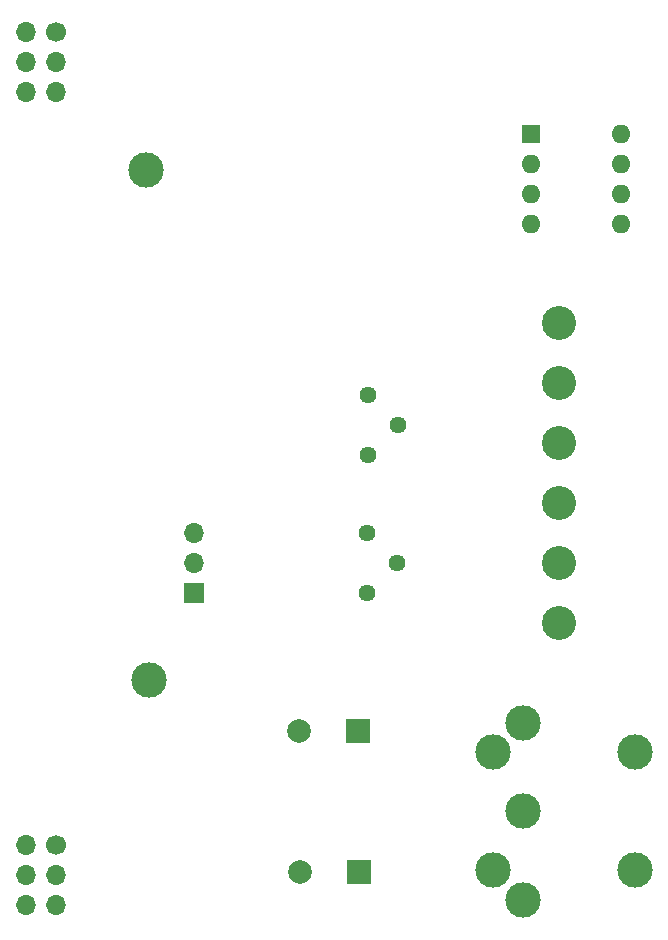
<source format=gbr>
%TF.GenerationSoftware,KiCad,Pcbnew,(7.0.0)*%
%TF.CreationDate,2023-12-04T19:23:21-08:00*%
%TF.ProjectId,Bottom_Board,426f7474-6f6d-45f4-926f-6172642e6b69,0*%
%TF.SameCoordinates,Original*%
%TF.FileFunction,Soldermask,Top*%
%TF.FilePolarity,Negative*%
%FSLAX46Y46*%
G04 Gerber Fmt 4.6, Leading zero omitted, Abs format (unit mm)*
G04 Created by KiCad (PCBNEW (7.0.0)) date 2023-12-04 19:23:21*
%MOMM*%
%LPD*%
G01*
G04 APERTURE LIST*
%ADD10R,2.000000X2.000000*%
%ADD11C,2.000000*%
%ADD12C,3.000000*%
%ADD13C,1.700000*%
%ADD14O,1.700000X1.700000*%
%ADD15C,2.880000*%
%ADD16C,1.440000*%
%ADD17R,1.600000X1.600000*%
%ADD18O,1.600000X1.600000*%
%ADD19R,1.700000X1.700000*%
G04 APERTURE END LIST*
D10*
%TO.C,C2*%
X149270322Y-127507999D03*
D11*
X144270323Y-127508000D03*
%TD*%
D12*
%TO.C,J5*%
X163220000Y-126786000D03*
X163220000Y-134286000D03*
X163220000Y-141786000D03*
X160720000Y-129286000D03*
X160720000Y-139286000D03*
X172720000Y-129286000D03*
X172720000Y-139286000D03*
%TD*%
D10*
%TO.C,C3*%
X149351999Y-139445999D03*
D11*
X144352000Y-139446000D03*
%TD*%
D13*
%TO.C,J2*%
X123698000Y-68326000D03*
D14*
X121157999Y-68325999D03*
X123697999Y-70865999D03*
X121157999Y-70865999D03*
X123697999Y-73405999D03*
X121157999Y-73405999D03*
%TD*%
D15*
%TO.C,J3*%
X166250125Y-118364000D03*
X166250125Y-113284000D03*
X166250125Y-108204000D03*
X166250125Y-103124000D03*
X166250125Y-98044000D03*
X166250125Y-92964000D03*
%TD*%
D12*
%TO.C,TP1*%
X131572000Y-123190000D03*
%TD*%
D13*
%TO.C,J1*%
X123698000Y-137160000D03*
D14*
X121157999Y-137159999D03*
X123697999Y-139699999D03*
X121157999Y-139699999D03*
X123697999Y-142239999D03*
X121157999Y-142239999D03*
%TD*%
D16*
%TO.C,RV2*%
X150070000Y-115824000D03*
X152610000Y-113284000D03*
X150070000Y-110744000D03*
%TD*%
D17*
%TO.C,SW2*%
X163956999Y-76933229D03*
D18*
X163956999Y-79473229D03*
X163956999Y-82013229D03*
X163956999Y-84553229D03*
X171576999Y-84553229D03*
X171576999Y-82013229D03*
X171576999Y-79473229D03*
X171576999Y-76933229D03*
%TD*%
D12*
%TO.C,TP2*%
X131318000Y-80010000D03*
%TD*%
D16*
%TO.C,RV1*%
X150114000Y-104140000D03*
X152654000Y-101600000D03*
X150114000Y-99060000D03*
%TD*%
D19*
%TO.C,JP1*%
X135381999Y-115798599D03*
D14*
X135381999Y-113258599D03*
X135381999Y-110718599D03*
%TD*%
M02*

</source>
